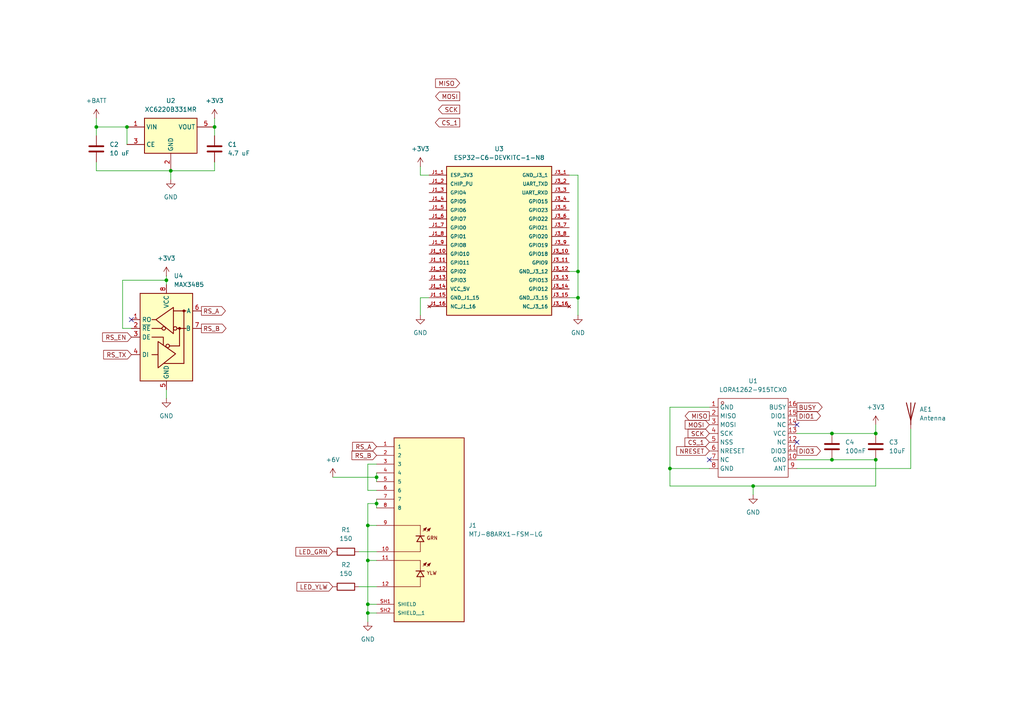
<source format=kicad_sch>
(kicad_sch (version 20250114) (generator "eeschema") (generator_version "9.0")
  (paper "A4")
  (lib_symbols
    (symbol "Device:Antenna" (pin_numbers (hide yes)) (pin_names (offset 1.016) (hide yes))
      (property "Reference" "AE" (at -1.905 1.905 0))
      (property "Value" "Antenna" (at -1.905 0 0))
      (symbol "Antenna_0_1"
        (polyline (pts (xy 0 2.54) (xy 0 -3.81)) (stroke (width 0.254)))
        (polyline (pts (xy 1.27 2.54) (xy 0 -2.54) (xy -1.27 2.54)) (stroke (width 0.254)))
      )
      (symbol "Antenna_1_1"
        (pin input line (at 0 -5.08 90) (length 2.54) (name "A") (number "1"))
      )
    )
    (symbol "Device:C" (pin_numbers (hide yes)) (pin_names (offset 0.254))
      (property "Reference" "C" (at 0.635 2.54 0))
      (property "Value" "C" (at 0.635 -2.54 0))
      (symbol "C_0_1"
        (polyline (pts (xy -2.032 0.762) (xy 2.032 0.762)) (stroke (width 0.508)))
        (polyline (pts (xy -2.032 -0.762) (xy 2.032 -0.762)) (stroke (width 0.508)))
      )
      (symbol "C_1_1"
        (pin passive line (at 0 3.81 270) (length 2.794) (name "~") (number "1"))
        (pin passive line (at 0 -3.81 90) (length 2.794) (name "~") (number "2"))
      )
    )
    (symbol "Device:R" (pin_numbers (hide yes)) (pin_names (offset 0))
      (property "Reference" "R" (at 2.032 0 90))
      (property "Value" "R" (at 0 0 90))
      (symbol "R_0_1"
        (rectangle (start -1.016 -2.54) (end 1.016 2.54) (stroke (width 0.254)))
      )
      (symbol "R_1_1"
        (pin passive line (at 0 3.81 270) (length 1.27) (name "~") (number "1"))
        (pin passive line (at 0 -3.81 90) (length 1.27) (name "~") (number "2"))
      )
    )
    (symbol "ESP32-C6-DEVKITC-1-N8:ESP32-C6-DEVKITC-1-N8" (pin_names (offset 1.016))
      (property "Reference" "U" (at -15.24 23.622 0))
      (property "Value" "ESP32-C6-DEVKITC-1-N8" (at -15.24 -22.86 0))
      (symbol "ESP32-C6-DEVKITC-1-N8_0_0"
        (rectangle (start -15.24 -20.32) (end 15.24 22.86) (stroke (width 0.254)) (fill (type background)))
        (pin power_in line (at -20.32 20.32 0) (length 5.08) (name "ESP_3V3") (number "J1_1"))
        (pin input line (at -20.32 17.78 0) (length 5.08) (name "CHIP_PU") (number "J1_2"))
        (pin bidirectional line (at -20.32 15.24 0) (length 5.08) (name "GPIO4") (number "J1_3"))
        (pin bidirectional line (at -20.32 12.7 0) (length 5.08) (name "GPIO5") (number "J1_4"))
        (pin bidirectional line (at -20.32 10.16 0) (length 5.08) (name "GPIO6") (number "J1_5"))
        (pin bidirectional line (at -20.32 7.62 0) (length 5.08) (name "GPIO7") (number "J1_6"))
        (pin bidirectional line (at -20.32 5.08 0) (length 5.08) (name "GPIO0") (number "J1_7"))
        (pin bidirectional line (at -20.32 2.54 0) (length 5.08) (name "GPIO1") (number "J1_8"))
        (pin bidirectional line (at -20.32 0 0) (length 5.08) (name "GPIO8") (number "J1_9"))
        (pin bidirectional line (at -20.32 -2.54 0) (length 5.08) (name "GPIO10") (number "J1_10"))
        (pin bidirectional line (at -20.32 -5.08 0) (length 5.08) (name "GPIO11") (number "J1_11"))
        (pin bidirectional line (at -20.32 -7.62 0) (length 5.08) (name "GPIO2") (number "J1_12"))
        (pin bidirectional line (at -20.32 -10.16 0) (length 5.08) (name "GPIO3") (number "J1_13"))
        (pin power_in line (at -20.32 -12.7 0) (length 5.08) (name "VCC_5V") (number "J1_14"))
        (pin power_in line (at -20.32 -15.24 0) (length 5.08) (name "GND_J1_15") (number "J1_15"))
        (pin no_connect line (at -20.32 -17.78 0) (length 5.08) (name "NC_J1_16") (number "J1_16"))
        (pin power_in line (at 20.32 20.32 180) (length 5.08) (name "GND_J3_1") (number "J3_1"))
        (pin bidirectional line (at 20.32 17.78 180) (length 5.08) (name "UART_TXD") (number "J3_2"))
        (pin bidirectional line (at 20.32 15.24 180) (length 5.08) (name "UART_RXD") (number "J3_3"))
        (pin bidirectional line (at 20.32 12.7 180) (length 5.08) (name "GPIO15") (number "J3_4"))
        (pin bidirectional line (at 20.32 10.16 180) (length 5.08) (name "GPIO23") (number "J3_5"))
        (pin bidirectional line (at 20.32 7.62 180) (length 5.08) (name "GPIO22") (number "J3_6"))
        (pin bidirectional line (at 20.32 5.08 180) (length 5.08) (name "GPIO21") (number "J3_7"))
        (pin bidirectional line (at 20.32 2.54 180) (length 5.08) (name "GPIO20") (number "J3_8"))
        (pin bidirectional line (at 20.32 0 180) (length 5.08) (name "GPIO19") (number "J3_9"))
        (pin bidirectional line (at 20.32 -2.54 180) (length 5.08) (name "GPIO18") (number "J3_10"))
        (pin bidirectional line (at 20.32 -5.08 180) (length 5.08) (name "GPIO9") (number "J3_11"))
        (pin power_in line (at 20.32 -7.62 180) (length 5.08) (name "GND_J3_12") (number "J3_12"))
        (pin bidirectional line (at 20.32 -10.16 180) (length 5.08) (name "GPIO13") (number "J3_13"))
        (pin bidirectional line (at 20.32 -12.7 180) (length 5.08) (name "GPIO12") (number "J3_14"))
        (pin power_in line (at 20.32 -15.24 180) (length 5.08) (name "GND_J3_15") (number "J3_15"))
        (pin no_connect line (at 20.32 -17.78 180) (length 5.08) (name "NC_J3_16") (number "J3_16"))
      )
    )
    (symbol "Interface_UART:MAX3485"
      (property "Reference" "U" (at -6.985 13.97 0))
      (property "Value" "MAX3485" (at 1.905 13.97 0))
      (symbol "MAX3485_0_1"
        (rectangle (start -7.62 12.7) (end 7.62 -12.7) (stroke (width 0.254)) (fill (type background)))
        (polyline (pts (xy -4.191 2.54) (xy -1.27 2.54)) (stroke (width 0.254)))
        (polyline (pts (xy -4.191 0) (xy -0.889 0) (xy -0.889 -2.286)) (stroke (width 0.254)))
        (polyline (pts (xy -3.175 5.08) (xy -4.191 5.08) (xy -4.064 5.08)) (stroke (width 0.254)))
        (polyline (pts (xy -2.54 -5.08) (xy -4.191 -5.08)) (stroke (width 0.254)))
        (polyline (pts (xy -2.413 -5.08) (xy -2.413 -1.27) (xy 2.667 -4.826) (xy -2.413 -8.89) (xy -2.413 -5.08)) (stroke (width 0.254)))
        (polyline (pts (xy -0.635 -7.62) (xy 5.08 -7.62)) (stroke (width 0.254)))
        (circle (center 0.381 -2.54) (radius 0.508) (stroke (width 0.254)))
        (polyline (pts (xy 0.889 -2.54) (xy 3.81 -2.54)) (stroke (width 0.254)))
        (polyline (pts (xy 2.032 7.62) (xy 5.715 7.62)) (stroke (width 0.254)))
        (polyline (pts (xy 3.048 2.54) (xy 5.715 2.54)) (stroke (width 0.254)))
        (circle (center 3.81 2.54) (radius 0.2794) (stroke (width 0.254)) (fill (type outline)))
        (polyline (pts (xy 3.81 -2.54) (xy 3.81 2.54)) (stroke (width 0.254)))
        (polyline (pts (xy 5.08 -7.62) (xy 5.08 7.62)) (stroke (width 0.254)))
      )
      (symbol "MAX3485_1_1"
        (circle (center -0.762 2.54) (radius 0.508) (stroke (width 0.254)))
        (polyline (pts (xy 2.032 4.826) (xy 2.032 8.636) (xy -3.048 5.08) (xy 2.032 1.016) (xy 2.032 4.826)) (stroke (width 0.254)))
        (circle (center 2.54 2.54) (radius 0.508) (stroke (width 0.254)))
        (circle (center 5.08 7.62) (radius 0.2794) (stroke (width 0.254)) (fill (type outline)))
        (pin output line (at -10.16 5.08 0) (length 2.54) (name "RO") (number "1"))
        (pin input line (at -10.16 2.54 0) (length 2.54) (name "~{RE}") (number "2"))
        (pin input line (at -10.16 0 0) (length 2.54) (name "DE") (number "3"))
        (pin input line (at -10.16 -5.08 0) (length 2.54) (name "DI") (number "4"))
        (pin power_in line (at 0 15.24 270) (length 2.54) (name "VCC") (number "8"))
        (pin power_in line (at 0 -15.24 90) (length 2.54) (name "GND") (number "5"))
        (pin bidirectional line (at 10.16 7.62 180) (length 2.54) (name "A") (number "6"))
        (pin bidirectional line (at 10.16 2.54 180) (length 2.54) (name "B") (number "7"))
      )
    )
    (symbol "MTJ-88ARX1-FSM-LG:MTJ-88ARX1-FSM-LG" (pin_names (offset 1.016))
      (property "Reference" "J" (at -10.16 26.67 0))
      (property "Value" "MTJ-88ARX1-FSM-LG" (at -10.16 -29.21 0))
      (symbol "MTJ-88ARX1-FSM-LG_0_0"
        (rectangle (start -10.16 -27.94) (end 10.16 25.4) (stroke (width 0.254)) (fill (type background)))
        (polyline (pts (xy -2.54 0) (xy -10.16 0)) (stroke (width 0.1524)))
        (polyline (pts (xy -2.54 -2.921) (xy -2.54 0)) (stroke (width 0.1524)))
        (polyline (pts (xy -2.54 -3.048) (xy -3.81 -3.048)) (stroke (width 0.254)))
        (polyline (pts (xy -2.54 -3.048) (xy -3.556 -4.699)) (stroke (width 0.254)))
        (polyline (pts (xy -2.54 -7.62) (xy -10.16 -7.62)) (stroke (width 0.1524)))
        (polyline (pts (xy -2.54 -7.62) (xy -2.54 -4.826)) (stroke (width 0.1524)))
        (polyline (pts (xy -2.54 -10.16) (xy -10.16 -10.16)) (stroke (width 0.1524)))
        (polyline (pts (xy -2.54 -13.081) (xy -2.54 -10.16)) (stroke (width 0.1524)))
        (polyline (pts (xy -2.54 -13.208) (xy -3.81 -13.208)) (stroke (width 0.254)))
        (polyline (pts (xy -2.54 -13.208) (xy -3.556 -14.859)) (stroke (width 0.254)))
        (polyline (pts (xy -2.54 -17.78) (xy -10.16 -17.78)) (stroke (width 0.1524)))
        (polyline (pts (xy -2.54 -17.78) (xy -2.54 -14.986)) (stroke (width 0.1524)))
        (polyline (pts (xy -1.778 -1.651) (xy -0.762 -0.635)) (stroke (width 0.1524)))
        (polyline (pts (xy -1.778 -11.811) (xy -0.762 -10.795)) (stroke (width 0.1524)))
        (polyline (pts (xy -1.524 -4.699) (xy -3.556 -4.699)) (stroke (width 0.254)))
        (polyline (pts (xy -1.524 -4.699) (xy -2.54 -3.048)) (stroke (width 0.254)))
        (polyline (pts (xy -1.524 -14.859) (xy -3.556 -14.859)) (stroke (width 0.254)))
        (polyline (pts (xy -1.524 -14.859) (xy -2.54 -13.208)) (stroke (width 0.254)))
        (polyline (pts (xy -1.397 -3.048) (xy -2.54 -3.048)) (stroke (width 0.254)))
        (polyline (pts (xy -1.397 -13.208) (xy -2.54 -13.208)) (stroke (width 0.254)))
        (polyline (pts (xy -0.762 -0.635) (xy -1.651 -1.016) (xy -1.143 -1.524) (xy -0.762 -0.635)) (stroke (width 0.1524)) (fill (type outline)))
        (polyline (pts (xy -0.762 -10.795) (xy -1.651 -11.176) (xy -1.143 -11.684) (xy -0.762 -10.795)) (stroke (width 0.1524)) (fill (type outline)))
        (polyline (pts (xy -0.635 -1.778) (xy 0.381 -0.762)) (stroke (width 0.1524)))
        (polyline (pts (xy -0.635 -11.938) (xy 0.381 -10.922)) (stroke (width 0.1524)))
        (polyline (pts (xy 0.381 -0.762) (xy -0.508 -1.143) (xy 0 -1.651) (xy 0.381 -0.762)) (stroke (width 0.1524)) (fill (type outline)))
        (polyline (pts (xy 0.381 -10.922) (xy -0.508 -11.303) (xy 0 -11.811) (xy 0.381 -10.922)) (stroke (width 0.1524)) (fill (type outline)))
        (text "GRN" (at -0.762 -3.048 0) (effects (font (size 1.016 1.016)) (justify left top)))
        (text "YLW" (at -0.762 -13.208 0) (effects (font (size 1.016 1.016)) (justify left top)))
        (pin passive line (at -15.24 22.86 0) (length 5.08) (name "1") (number "1"))
        (pin passive line (at -15.24 20.32 0) (length 5.08) (name "2") (number "2"))
        (pin passive line (at -15.24 17.78 0) (length 5.08) (name "3") (number "3"))
        (pin passive line (at -15.24 15.24 0) (length 5.08) (name "4") (number "4"))
        (pin passive line (at -15.24 12.7 0) (length 5.08) (name "5") (number "5"))
        (pin passive line (at -15.24 10.16 0) (length 5.08) (name "6") (number "6"))
        (pin passive line (at -15.24 7.62 0) (length 5.08) (name "7") (number "7"))
        (pin passive line (at -15.24 5.08 0) (length 5.08) (name "8") (number "8"))
        (pin passive line (at -15.24 0 0) (length 5.08) (name "~") (number "9"))
        (pin passive line (at -15.24 -7.62 0) (length 5.08) (name "~") (number "10"))
        (pin passive line (at -15.24 -10.16 0) (length 5.08) (name "~") (number "11"))
        (pin passive line (at -15.24 -17.78 0) (length 5.08) (name "~") (number "12"))
        (pin passive line (at -15.24 -22.86 0) (length 5.08) (name "SHIELD") (number "SH1"))
        (pin passive line (at -15.24 -25.4 0) (length 5.08) (name "SHIELD__1") (number "SH2"))
      )
    )
    (symbol "ProLib_pcs_2026-01-30:LORA1262-915TCXO"
      (property "Reference" "U" (at 0 0 0))
      (symbol "LORA1262-915TCXO_1_0"
        (rectangle (start -10.16 -11.43) (end 10.16 11.43))
        (circle (center -8.89 10.16) (radius 0.381))
        (pin unspecified line (at -12.7 8.89 0) (length 2.54) (name "GND") (number "1"))
        (pin unspecified line (at -12.7 6.35 0) (length 2.54) (name "MISO") (number "2"))
        (pin unspecified line (at -12.7 3.81 0) (length 2.54) (name "MOSI") (number "3"))
        (pin unspecified line (at -12.7 1.27 0) (length 2.54) (name "SCK") (number "4"))
        (pin unspecified line (at -12.7 -1.27 0) (length 2.54) (name "NSS") (number "5"))
        (pin unspecified line (at -12.7 -3.81 0) (length 2.54) (name "NRESET") (number "6"))
        (pin unspecified line (at -12.7 -6.35 0) (length 2.54) (name "NC") (number "7"))
        (pin unspecified line (at -12.7 -8.89 0) (length 2.54) (name "GND") (number "8"))
        (pin unspecified line (at 12.7 8.89 180) (length 2.54) (name "BUSY") (number "16"))
        (pin unspecified line (at 12.7 6.35 180) (length 2.54) (name "DIO1") (number "15"))
        (pin unspecified line (at 12.7 3.81 180) (length 2.54) (name "NC") (number "14"))
        (pin unspecified line (at 12.7 1.27 180) (length 2.54) (name "VCC") (number "13"))
        (pin unspecified line (at 12.7 -1.27 180) (length 2.54) (name "NC") (number "12"))
        (pin unspecified line (at 12.7 -3.81 180) (length 2.54) (name "DIO3") (number "11"))
        (pin unspecified line (at 12.7 -6.35 180) (length 2.54) (name "GND") (number "10"))
        (pin unspecified line (at 12.7 -8.89 180) (length 2.54) (name "ANT") (number "9"))
      )
    )
    (symbol "Regulator_Linear:XC6220B331MR"
      (property "Reference" "U" (at 0 8.89 0))
      (property "Value" "XC6220B331MR" (at 0 6.35 0))
      (symbol "XC6220B331MR_0_1"
        (rectangle (start -7.62 5.08) (end 7.62 -5.08) (stroke (width 0.254)) (fill (type background)))
      )
      (symbol "XC6220B331MR_1_1"
        (pin power_in line (at -12.7 2.54 0) (length 5.08) (name "VIN") (number "1"))
        (pin input line (at -12.7 -2.54 0) (length 5.08) (name "CE") (number "3"))
        (pin power_in line (at 0 -10.16 90) (length 5.08) (name "GND") (number "2"))
        (pin no_connect line (at 7.62 -2.54 180) (length 5.08) (hide yes) (name "NC") (number "4"))
        (pin power_out line (at 12.7 2.54 180) (length 5.08) (name "VOUT") (number "5"))
      )
    )
    (symbol "power:+3V3" (power) (pin_numbers (hide yes)) (pin_names (offset 0) (hide yes))
      (property "Value" "+3V3" (at 0 3.556 0))
      (symbol "+3V3_0_1"
        (polyline (pts (xy -0.762 1.27) (xy 0 2.54)))
        (polyline (pts (xy 0 2.54) (xy 0.762 1.27)))
        (polyline (pts (xy 0 0) (xy 0 2.54)))
      )
      (symbol "+3V3_1_1"
        (pin power_in line (at 0 0 90) (length 0) (name "~") (number "1"))
      )
    )
    (symbol "power:+6V" (power) (pin_numbers (hide yes)) (pin_names (offset 0) (hide yes))
      (property "Value" "+6V" (at 0 3.556 0))
      (symbol "+6V_0_1"
        (polyline (pts (xy -0.762 1.27) (xy 0 2.54)))
        (polyline (pts (xy 0 2.54) (xy 0.762 1.27)))
        (polyline (pts (xy 0 0) (xy 0 2.54)))
      )
      (symbol "+6V_1_1"
        (pin power_in line (at 0 0 90) (length 0) (name "~") (number "1"))
      )
    )
    (symbol "power:+BATT" (power) (pin_numbers (hide yes)) (pin_names (offset 0) (hide yes))
      (property "Value" "+BATT" (at 0 3.556 0))
      (symbol "+BATT_0_1"
        (polyline (pts (xy -0.762 1.27) (xy 0 2.54)))
        (polyline (pts (xy 0 2.54) (xy 0.762 1.27)))
        (polyline (pts (xy 0 0) (xy 0 2.54)))
      )
      (symbol "+BATT_1_1"
        (pin power_in line (at 0 0 90) (length 0) (name "~") (number "1"))
      )
    )
    (symbol "power:GND" (power) (pin_numbers (hide yes)) (pin_names (offset 0) (hide yes))
      (property "Value" "GND" (at 0 -3.81 0))
      (symbol "GND_0_1"
        (polyline (pts (xy 0 0) (xy 0 -1.27) (xy 1.27 -1.27) (xy 0 -2.54) (xy -1.27 -1.27) (xy 0 -1.27)))
      )
      (symbol "GND_1_1"
        (pin power_in line (at 0 0 270) (length 0) (name "~") (number "1"))
      )
    )
  )
  (junction (at 36.83 36.83))
  (junction (at 106.68 175.26))
  (junction (at 106.68 162.56))
  (junction (at 106.68 152.4))
  (junction (at 241.3 125.73))
  (junction (at 62.23 36.83))
  (junction (at 254 133.35))
  (junction (at 109.22 146.05))
  (junction (at 218.44 140.97))
  (junction (at 106.68 177.8))
  (junction (at 27.94 36.83))
  (junction (at 254 125.73))
  (junction (at 167.64 86.36))
  (junction (at 109.22 138.43))
  (junction (at 167.64 78.74))
  (junction (at 48.26 81.28))
  (junction (at 241.3 133.35))
  (junction (at 194.31 135.89))
  (junction (at 49.53 49.53))
  (no_connect (at 231.14 123.19))
  (no_connect (at 38.1 92.71))
  (no_connect (at 205.74 133.35))
  (no_connect (at 231.14 128.27))
  (wire (pts (xy 194.31 135.89) (xy 205.74 135.89)))
  (wire (pts (xy 254 133.35) (xy 254 140.97)))
  (wire (pts (xy 218.44 140.97) (xy 254 140.97)))
  (wire (pts (xy 62.23 46.99) (xy 62.23 49.53)))
  (wire (pts (xy 35.56 81.28) (xy 48.26 81.28)))
  (wire (pts (xy 109.22 146.05) (xy 109.22 147.32)))
  (wire (pts (xy 121.92 48.26) (xy 121.92 50.8)))
  (wire (pts (xy 205.74 118.11) (xy 194.31 118.11)))
  (wire (pts (xy 121.92 86.36) (xy 121.92 91.44)))
  (wire (pts (xy 241.3 125.73) (xy 254 125.73)))
  (wire (pts (xy 167.64 78.74) (xy 167.64 86.36)))
  (wire (pts (xy 231.14 125.73) (xy 241.3 125.73)))
  (wire (pts (xy 104.14 170.18) (xy 109.22 170.18)))
  (wire (pts (xy 27.94 34.29) (xy 27.94 36.83)))
  (wire (pts (xy 109.22 137.16) (xy 109.22 138.43)))
  (wire (pts (xy 121.92 50.8) (xy 124.46 50.8)))
  (wire (pts (xy 27.94 36.83) (xy 27.94 39.37)))
  (wire (pts (xy 106.68 177.8) (xy 109.22 177.8)))
  (wire (pts (xy 62.23 49.53) (xy 49.53 49.53)))
  (wire (pts (xy 109.22 175.26) (xy 106.68 175.26)))
  (wire (pts (xy 104.14 160.02) (xy 109.22 160.02)))
  (wire (pts (xy 167.64 50.8) (xy 167.64 78.74)))
  (wire (pts (xy 106.68 152.4) (xy 106.68 162.56)))
  (wire (pts (xy 106.68 177.8) (xy 106.68 180.34)))
  (wire (pts (xy 106.68 134.62) (xy 106.68 142.24)))
  (wire (pts (xy 48.26 80.01) (xy 48.26 81.28)))
  (wire (pts (xy 109.22 152.4) (xy 106.68 152.4)))
  (wire (pts (xy 35.56 95.25) (xy 35.56 81.28)))
  (wire (pts (xy 254 125.73) (xy 254 123.19)))
  (wire (pts (xy 27.94 36.83) (xy 36.83 36.83)))
  (wire (pts (xy 124.46 86.36) (xy 121.92 86.36)))
  (wire (pts (xy 109.22 134.62) (xy 106.68 134.62)))
  (wire (pts (xy 231.14 135.89) (xy 264.16 135.89)))
  (wire (pts (xy 231.14 133.35) (xy 241.3 133.35)))
  (wire (pts (xy 36.83 36.83) (xy 36.83 41.91)))
  (wire (pts (xy 194.31 135.89) (xy 194.31 140.97)))
  (wire (pts (xy 167.64 86.36) (xy 167.64 91.44)))
  (wire (pts (xy 106.68 142.24) (xy 109.22 142.24)))
  (wire (pts (xy 62.23 36.83) (xy 62.23 39.37)))
  (wire (pts (xy 106.68 162.56) (xy 109.22 162.56)))
  (wire (pts (xy 165.1 50.8) (xy 167.64 50.8)))
  (wire (pts (xy 27.94 46.99) (xy 27.94 49.53)))
  (wire (pts (xy 109.22 146.05) (xy 106.68 146.05)))
  (wire (pts (xy 194.31 140.97) (xy 218.44 140.97)))
  (wire (pts (xy 106.68 146.05) (xy 106.68 152.4)))
  (wire (pts (xy 38.1 95.25) (xy 35.56 95.25)))
  (wire (pts (xy 106.68 162.56) (xy 106.68 175.26)))
  (wire (pts (xy 49.53 49.53) (xy 49.53 52.07)))
  (wire (pts (xy 109.22 144.78) (xy 109.22 146.05)))
  (wire (pts (xy 96.52 138.43) (xy 109.22 138.43)))
  (wire (pts (xy 109.22 138.43) (xy 109.22 139.7)))
  (wire (pts (xy 48.26 113.03) (xy 48.26 115.57)))
  (wire (pts (xy 165.1 78.74) (xy 167.64 78.74)))
  (wire (pts (xy 218.44 140.97) (xy 218.44 143.51)))
  (wire (pts (xy 48.26 81.28) (xy 48.26 82.55)))
  (wire (pts (xy 264.16 135.89) (xy 264.16 124.46)))
  (wire (pts (xy 194.31 118.11) (xy 194.31 135.89)))
  (wire (pts (xy 62.23 34.29) (xy 62.23 36.83)))
  (wire (pts (xy 27.94 49.53) (xy 49.53 49.53)))
  (wire (pts (xy 241.3 133.35) (xy 254 133.35)))
  (wire (pts (xy 165.1 86.36) (xy 167.64 86.36)))
  (wire (pts (xy 106.68 175.26) (xy 106.68 177.8)))
  (global_label "MISO" (shape output) (at 205.74 120.65 180) (property "Intersheetrefs" "${INTERSHEET_REFS}" (effects (hide yes))))
  (global_label "LED_YLW" (shape input) (at 96.52 170.18 180) (property "Intersheetrefs" "${INTERSHEET_REFS}" (effects (hide yes))))
  (global_label "RS_B" (shape output) (at 58.42 95.25 0) (property "Intersheetrefs" "${INTERSHEET_REFS}" (effects (hide yes))))
  (global_label "RS_B" (shape input) (at 109.22 132.08 180) (property "Intersheetrefs" "${INTERSHEET_REFS}" (effects (hide yes))))
  (global_label "CS_1" (shape output) (at 133.35 35.56 180) (property "Intersheetrefs" "${INTERSHEET_REFS}" (effects (hide yes))))
  (global_label "RS_A" (shape input) (at 109.22 129.54 180) (property "Intersheetrefs" "${INTERSHEET_REFS}" (effects (hide yes))))
  (global_label "BUSY" (shape output) (at 231.14 118.11 0) (property "Intersheetrefs" "${INTERSHEET_REFS}" (effects (hide yes))))
  (global_label "DIO1" (shape output) (at 231.14 120.65 0) (property "Intersheetrefs" "${INTERSHEET_REFS}" (effects (hide yes))))
  (global_label "MOSI" (shape output) (at 133.35 27.94 180) (property "Intersheetrefs" "${INTERSHEET_REFS}" (effects (hide yes))))
  (global_label "RS_EN" (shape input) (at 38.1 97.79 180) (property "Intersheetrefs" "${INTERSHEET_REFS}" (effects (hide yes))))
  (global_label "RS_TX" (shape input) (at 38.1 102.87 180) (property "Intersheetrefs" "${INTERSHEET_REFS}" (effects (hide yes))))
  (global_label "LED_GRN" (shape input) (at 96.52 160.02 180) (property "Intersheetrefs" "${INTERSHEET_REFS}" (effects (hide yes))))
  (global_label "MOSI" (shape input) (at 205.74 123.19 180) (property "Intersheetrefs" "${INTERSHEET_REFS}" (effects (hide yes))))
  (global_label "CS_1" (shape input) (at 205.74 128.27 180) (property "Intersheetrefs" "${INTERSHEET_REFS}" (effects (hide yes))))
  (global_label "NRESET" (shape input) (at 205.74 130.81 180) (property "Intersheetrefs" "${INTERSHEET_REFS}" (effects (hide yes))))
  (global_label "SCK" (shape input) (at 205.74 125.73 180) (property "Intersheetrefs" "${INTERSHEET_REFS}" (effects (hide yes))))
  (global_label "SCK" (shape output) (at 133.35 31.75 180) (property "Intersheetrefs" "${INTERSHEET_REFS}" (effects (hide yes))))
  (global_label "MISO" (shape input) (at 133.35 24.13 180) (property "Intersheetrefs" "${INTERSHEET_REFS}" (effects (hide yes))))
  (global_label "DIO3" (shape output) (at 231.14 130.81 0) (property "Intersheetrefs" "${INTERSHEET_REFS}" (effects (hide yes))))
  (global_label "RS_A" (shape output) (at 58.42 90.17 0) (property "Intersheetrefs" "${INTERSHEET_REFS}" (effects (hide yes))))
  (symbol (lib_id "power:GND") (at 49.53 52.07 0) (unit 1)
    (property "Reference" "#PWR04" (effects (hide yes)))
    (property "Value" "GND" (at 49.53 57.15 0))
    (property "Description" "Power symbol creates a global label with name \"GND\" , ground" (effects (hide yes)))
  )
  (symbol (lib_id "power:+3V3") (at 254 123.19 0) (unit 1)
    (property "Reference" "#PWR09" (effects (hide yes)))
    (property "Value" "+3V3" (at 254 118.11 0))
    (property "Description" "Power symbol creates a global label with name \"+3V3\"" (effects (hide yes)))
  )
  (symbol (lib_id "Device:C") (at 62.23 43.18 0) (unit 1)
    (property "Reference" "C1" (at 66.04 41.9099 0) (effects (justify left)))
    (property "Value" "4.7 uF" (at 66.04 44.4499 0) (effects (justify left)))
    (property "Description" "Unpolarized capacitor" (effects (hide yes)))
  )
  (symbol (lib_id "Device:C") (at 27.94 43.18 0) (unit 1)
    (property "Reference" "C2" (at 31.75 41.9099 0) (effects (justify left)))
    (property "Value" "10 uF" (at 31.75 44.4499 0) (effects (justify left)))
    (property "Description" "Unpolarized capacitor" (effects (hide yes)))
  )
  (symbol (lib_id "Interface_UART:MAX3485") (at 48.26 97.79 0) (unit 1)
    (property "Reference" "U4" (at 50.4033 80.01 0) (effects (justify left)))
    (property "Value" "MAX3485" (at 50.4033 82.55 0) (effects (justify left)))
    (property "Footprint" "Package_SO:SOIC-8_3.9x4.9mm_P1.27mm" (effects (hide yes)))
    (property "Datasheet" "https://datasheets.maximintegrated.com/en/ds/MAX3483-MAX3491.pdf" (effects (hide yes)))
    (property "Description" "True RS-485/RS-422, 10Mbps, Slew-Rate Limited, with low-power shutdown, with receiver/driver enable, 32 receiver drive capacitity, DIP-8 and SOIC-8" (effects (hide yes)))
  )
  (symbol (lib_id "power:GND") (at 218.44 143.51 0) (unit 1)
    (property "Reference" "#PWR08" (effects (hide yes)))
    (property "Value" "GND" (at 218.44 148.59 0))
    (property "Description" "Power symbol creates a global label with name \"GND\" , ground" (effects (hide yes)))
  )
  (symbol (lib_id "power:+6V") (at 96.52 138.43 0) (unit 1)
    (property "Reference" "#PWR012" (effects (hide yes)))
    (property "Value" "+6V" (at 96.52 133.35 0))
    (property "Description" "Power symbol creates a global label with name \"+6V\"" (effects (hide yes)))
  )
  (symbol (lib_id "Regulator_Linear:XC6220B331MR") (at 49.53 39.37 0) (unit 1)
    (property "Reference" "U2" (at 49.53 29.21 0))
    (property "Value" "XC6220B331MR" (at 49.53 31.75 0))
    (property "Footprint" "Package_TO_SOT_SMD:SOT-23-5" (effects (hide yes)))
    (property "Datasheet" "https://www.torexsemi.com/file/xc6220/XC6220.pdf" (effects (hide yes)))
    (property "Description" "1A, Low Drop-out Voltage Regulator, Fixed Output 3.3V, SOT-23-5" (effects (hide yes)))
  )
  (symbol (lib_id "power:+3V3") (at 121.92 48.26 0) (unit 1)
    (property "Reference" "#PWR01" (effects (hide yes)))
    (property "Value" "+3V3" (at 121.92 43.18 0))
    (property "Description" "Power symbol creates a global label with name \"+3V3\"" (effects (hide yes)))
  )
  (symbol (lib_id "power:GND") (at 106.68 180.34 0) (unit 1)
    (property "Reference" "#PWR011" (effects (hide yes)))
    (property "Value" "GND" (at 106.68 185.42 0))
    (property "Description" "Power symbol creates a global label with name \"GND\" , ground" (effects (hide yes)))
  )
  (symbol (lib_id "Device:C") (at 241.3 129.54 0) (unit 1)
    (property "Reference" "C4" (at 245.11 128.2699 0) (effects (justify left)))
    (property "Value" "100nF" (at 245.11 130.8099 0) (effects (justify left)))
    (property "Description" "Unpolarized capacitor" (effects (hide yes)))
  )
  (symbol (lib_id "power:+3V3") (at 62.23 34.29 0) (unit 1)
    (property "Reference" "#PWR05" (effects (hide yes)))
    (property "Value" "+3V3" (at 62.23 29.21 0))
    (property "Description" "Power symbol creates a global label with name \"+3V3\"" (effects (hide yes)))
  )
  (symbol (lib_id "MTJ-88ARX1-FSM-LG:MTJ-88ARX1-FSM-LG") (at 124.46 152.4 0) (unit 1)
    (property "Reference" "J1" (at 135.89 152.3999 0) (effects (justify left)))
    (property "Value" "MTJ-88ARX1-FSM-LG" (at 135.89 154.9399 0) (effects (justify left)))
    (property "Footprint" "MTJ-88ARX1-FSM-LG:ADAMTECH_MTJ-88ARX1-FSM-LG" (effects (hide yes)))
    (property "Datasheet" "https://app.adam-tech.com/products/download/data_sheet/203886/mtj-88arx1-fsm-pg-lh-data-sheet.pdf" (effects (hide yes)))
    (property "PARTREV" "H" (effects (hide yes)))
    (property "STANDARD" "Manufacturer Recommendations" (effects (hide yes)))
    (property "MAXIMUM_PACKAGE_HEIGHT" "13.20mm" (effects (hide yes)))
    (property "MANUFACTURER" "Adam Tech" (effects (hide yes)))
  )
  (symbol (lib_id "ESP32-C6-DEVKITC-1-N8:ESP32-C6-DEVKITC-1-N8") (at 144.78 71.12 0) (unit 1)
    (property "Reference" "U3" (at 144.78 43.18 0))
    (property "Value" "ESP32-C6-DEVKITC-1-N8" (at 144.78 45.72 0))
    (property "Footprint" "ESP32-C6-DEVKITC-1-N8:MODULE_ESP32-C6-DEVKITC-1-N8" (effects (hide yes)))
    (property "PARTREV" "1.3" (effects (hide yes)))
    (property "STANDARD" "Manufacturer Recommendations" (effects (hide yes)))
    (property "MANUFACTURER" "Espressif Systems" (effects (hide yes)))
  )
  (symbol (lib_id "power:GND") (at 121.92 91.44 0) (unit 1)
    (property "Reference" "#PWR02" (effects (hide yes)))
    (property "Value" "GND" (at 121.92 96.52 0))
    (property "Description" "Power symbol creates a global label with name \"GND\" , ground" (effects (hide yes)))
  )
  (symbol (lib_id "ProLib_pcs_2026-01-30:LORA1262-915TCXO") (at 218.44 127 0) (unit 1)
    (property "Reference" "U1" (at 218.44 110.49 0))
    (property "Value" "LORA1262-915TCXO" (at 218.44 113.03 0))
    (property "Footprint" "footprints:WIRELM-SMD_16P-L16.0-W16.0-P2.00_LORA-CC68-915MHZ-TCXO" (effects (hide yes)))
    (property "Datasheet" "https://atta.szlcsc.com/upload/public/pdf/source/20230221/E3E374D7DC9218C54F9C9FD071333BF1.pdf" (effects (hide yes)))
    (property "Description" "Output Power:22dBm Output Power:22dBm Interface Type:SPI Modulation System:LoRa；GFSK；FSK Voltage - Supply:3.3V Voltage - Supply:3.3V Receive  Current:6.5mA Send  Current:130mA Sensitivity:-133dBm Sensitivity:-133dBm" (effects (hide yes)))
    (property "Manufacturer Part" "LORA1262-915TCXO" (effects (hide yes)))
    (property "Manufacturer" "G-NiceRF(思为无线)" (effects (hide yes)))
    (property "Supplier Part" "C5356643" (effects (hide yes)))
    (property "Supplier" "LCSC" (effects (hide yes)))
    (property "LCSC Part Name" "LORA1262-915TCXO" (effects (hide yes)))
  )
  (symbol (lib_id "Device:C") (at 254 129.54 0) (unit 1)
    (property "Reference" "C3" (at 257.81 128.2699 0) (effects (justify left)))
    (property "Value" "10uF" (at 257.81 130.8099 0) (effects (justify left)))
    (property "Description" "Unpolarized capacitor" (effects (hide yes)))
  )
  (symbol (lib_id "Device:R") (at 100.33 170.18 90) (unit 1)
    (property "Reference" "R2" (at 100.33 163.83 90))
    (property "Value" "150" (at 100.33 166.37 90))
    (property "Description" "Resistor" (effects (hide yes)))
  )
  (symbol (lib_id "power:+BATT") (at 27.94 34.29 0) (unit 1)
    (property "Reference" "#PWR010" (effects (hide yes)))
    (property "Value" "+BATT" (at 27.94 29.21 0))
    (property "Description" "Power symbol creates a global label with name \"+BATT\"" (effects (hide yes)))
  )
  (symbol (lib_id "power:GND") (at 167.64 91.44 0) (unit 1)
    (property "Reference" "#PWR03" (effects (hide yes)))
    (property "Value" "GND" (at 167.64 96.52 0))
    (property "Description" "Power symbol creates a global label with name \"GND\" , ground" (effects (hide yes)))
  )
  (symbol (lib_id "power:GND") (at 48.26 115.57 0) (unit 1)
    (property "Reference" "#PWR07" (effects (hide yes)))
    (property "Value" "GND" (at 48.26 120.65 0))
    (property "Description" "Power symbol creates a global label with name \"GND\" , ground" (effects (hide yes)))
  )
  (symbol (lib_id "Device:R") (at 100.33 160.02 90) (unit 1)
    (property "Reference" "R1" (at 100.33 153.67 90))
    (property "Value" "150" (at 100.33 156.21 90))
    (property "Description" "Resistor" (effects (hide yes)))
  )
  (symbol (lib_id "power:+3V3") (at 48.26 80.01 0) (unit 1)
    (property "Reference" "#PWR06" (effects (hide yes)))
    (property "Value" "+3V3" (at 48.26 74.93 0))
    (property "Description" "Power symbol creates a global label with name \"+3V3\"" (effects (hide yes)))
  )
  (symbol (lib_id "Device:Antenna") (at 264.16 119.38 0) (unit 1)
    (property "Reference" "AE1" (at 266.7 118.7449 0) (effects (justify left)))
    (property "Value" "Antenna" (at 266.7 121.2849 0) (effects (justify left)))
    (property "Description" "Antenna" (effects (hide yes)))
  )
)
</source>
